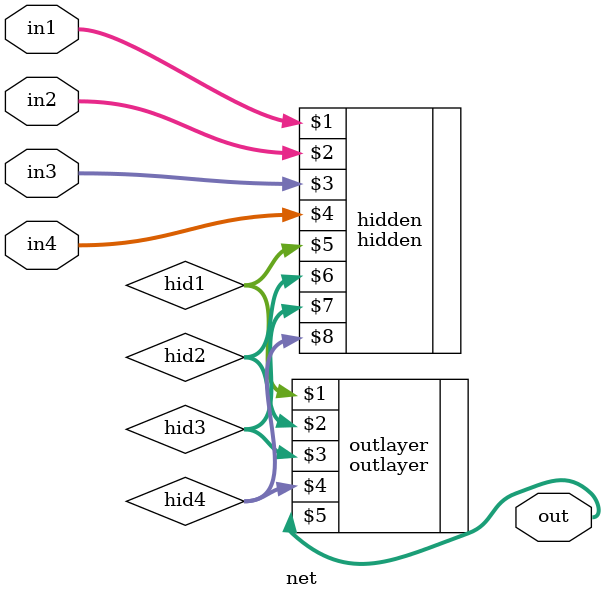
<source format=v>
module net(in1, in2, in3, in4, out);
  input   [7:0] in1, in2, in3, in4;
  output  [4:0] out;

  wire [7:0] hid1, hid2, hid3, hid4;

  hidden hidden(in1, in2, in3, in4, hid1, hid2, hid3, hid4);
  outlayer outlayer(hid1, hid2, hid3, hid4, out);

endmodule

</source>
